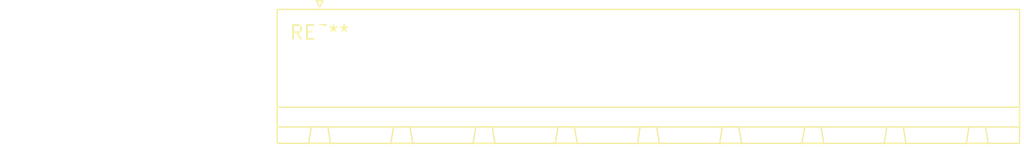
<source format=kicad_pcb>
(kicad_pcb (version 20240108) (generator pcbnew)
  (layers (0 "F.Cu" signal) (31 "B.Cu" signal) (34 "B.Paste" user) (35 "F.Paste" user) (36 "B.SilkS" user "B.Silkscreen") (37 "F.SilkS" user "F.Silkscreen") (38 "B.Mask" user) (39 "F.Mask" user) (44 "Edge.Cuts" user))
  (net 0 "")
  (footprint "PhoenixContact_GMSTBA_2,5_9-G_1x09_P7.50mm_Horizontal" (layer "F.Cu") (at 0 0)
    (property "Reference" "REF**")
    (property "Value" "PhoenixContact_GMSTBA_2,5_9-G_1x09_P7.50mm_Horizontal")
    (fp_line (start -3.86 -2.11) (end -3.86 10.11) (layer "F.SilkS") (stroke (width 0.12)))
    (fp_line (start -3.86 6.81) (end 63.86 6.81) (layer "F.SilkS") (stroke (width 0.12)))
    (fp_line (start -3.86 8.61) (end -3.86 6.81) (layer "F.SilkS") (stroke (width 0.12)))
    (fp_line (start -3.86 10.11) (end 63.86 10.11) (layer "F.SilkS") (stroke (width 0.12)))
    (fp_line (start -1 10.11) (end 1 10.11) (layer "F.SilkS") (stroke (width 0.12)))
    (fp_line (start -0.75 8.61) (end -1 10.11) (layer "F.SilkS") (stroke (width 0.12)))
    (fp_line (start -0.3 -2.91) (end 0.3 -2.91) (layer "F.SilkS") (stroke (width 0.12)))
    (fp_line (start 0 -2.31) (end -0.3 -2.91) (layer "F.SilkS") (stroke (width 0.12)))
    (fp_line (start 0.3 -2.91) (end 0 -2.31) (layer "F.SilkS") (stroke (width 0.12)))
    (fp_line (start 0.75 8.61) (end -0.75 8.61) (layer "F.SilkS") (stroke (width 0.12)))
    (fp_line (start 1 10.11) (end 0.75 8.61) (layer "F.SilkS") (stroke (width 0.12)))
    (fp_line (start 6.5 10.11) (end 8.5 10.11) (layer "F.SilkS") (stroke (width 0.12)))
    (fp_line (start 6.75 8.61) (end 6.5 10.11) (layer "F.SilkS") (stroke (width 0.12)))
    (fp_line (start 8.25 8.61) (end 6.75 8.61) (layer "F.SilkS") (stroke (width 0.12)))
    (fp_line (start 8.5 10.11) (end 8.25 8.61) (layer "F.SilkS") (stroke (width 0.12)))
    (fp_line (start 14 10.11) (end 16 10.11) (layer "F.SilkS") (stroke (width 0.12)))
    (fp_line (start 14.25 8.61) (end 14 10.11) (layer "F.SilkS") (stroke (width 0.12)))
    (fp_line (start 15.75 8.61) (end 14.25 8.61) (layer "F.SilkS") (stroke (width 0.12)))
    (fp_line (start 16 10.11) (end 15.75 8.61) (layer "F.SilkS") (stroke (width 0.12)))
    (fp_line (start 21.5 10.11) (end 23.5 10.11) (layer "F.SilkS") (stroke (width 0.12)))
    (fp_line (start 21.75 8.61) (end 21.5 10.11) (layer "F.SilkS") (stroke (width 0.12)))
    (fp_line (start 23.25 8.61) (end 21.75 8.61) (layer "F.SilkS") (stroke (width 0.12)))
    (fp_line (start 23.5 10.11) (end 23.25 8.61) (layer "F.SilkS") (stroke (width 0.12)))
    (fp_line (start 29 10.11) (end 31 10.11) (layer "F.SilkS") (stroke (width 0.12)))
    (fp_line (start 29.25 8.61) (end 29 10.11) (layer "F.SilkS") (stroke (width 0.12)))
    (fp_line (start 30.75 8.61) (end 29.25 8.61) (layer "F.SilkS") (stroke (width 0.12)))
    (fp_line (start 31 10.11) (end 30.75 8.61) (layer "F.SilkS") (stroke (width 0.12)))
    (fp_line (start 36.5 10.11) (end 38.5 10.11) (layer "F.SilkS") (stroke (width 0.12)))
    (fp_line (start 36.75 8.61) (end 36.5 10.11) (layer "F.SilkS") (stroke (width 0.12)))
    (fp_line (start 38.25 8.61) (end 36.75 8.61) (layer "F.SilkS") (stroke (width 0.12)))
    (fp_line (start 38.5 10.11) (end 38.25 8.61) (layer "F.SilkS") (stroke (width 0.12)))
    (fp_line (start 44 10.11) (end 46 10.11) (layer "F.SilkS") (stroke (width 0.12)))
    (fp_line (start 44.25 8.61) (end 44 10.11) (layer "F.SilkS") (stroke (width 0.12)))
    (fp_line (start 45.75 8.61) (end 44.25 8.61) (layer "F.SilkS") (stroke (width 0.12)))
    (fp_line (start 46 10.11) (end 45.75 8.61) (layer "F.SilkS") (stroke (width 0.12)))
    (fp_line (start 51.5 10.11) (end 53.5 10.11) (layer "F.SilkS") (stroke (width 0.12)))
    (fp_line (start 51.75 8.61) (end 51.5 10.11) (layer "F.SilkS") (stroke (width 0.12)))
    (fp_line (start 53.25 8.61) (end 51.75 8.61) (layer "F.SilkS") (stroke (width 0.12)))
    (fp_line (start 53.5 10.11) (end 53.25 8.61) (layer "F.SilkS") (stroke (width 0.12)))
    (fp_line (start 59 10.11) (end 61 10.11) (layer "F.SilkS") (stroke (width 0.12)))
    (fp_line (start 59.25 8.61) (end 59 10.11) (layer "F.SilkS") (stroke (width 0.12)))
    (fp_line (start 60.75 8.61) (end 59.25 8.61) (layer "F.SilkS") (stroke (width 0.12)))
    (fp_line (start 61 10.11) (end 60.75 8.61) (layer "F.SilkS") (stroke (width 0.12)))
    (fp_line (start 63.86 -2.11) (end -3.86 -2.11) (layer "F.SilkS") (stroke (width 0.12)))
    (fp_line (start 63.86 6.81) (end 63.86 8.61) (layer "F.SilkS") (stroke (width 0.12)))
    (fp_line (start 63.86 8.61) (end -3.86 8.61) (layer "F.SilkS") (stroke (width 0.12)))
    (fp_line (start 63.86 10.11) (end 63.86 -2.11) (layer "F.SilkS") (stroke (width 0.12)))
    (pad "1" thru_hole roundrect (at 0 0) (size 2 3.6) (drill 1.4) (layers *.Cu *.Mask) (remove_unused_layers) (roundrect_rratio 0.125))
    (pad "2" thru_hole oval (at 7.5 0) (size 2 3.6) (drill 1.4) (layers *.Cu *.Mask) (remove_unused_layers))
    (pad "3" thru_hole oval (at 15 0) (size 2 3.6) (drill 1.4) (layers *.Cu *.Mask) (remove_unused_layers))
    (pad "4" thru_hole oval (at 22.5 0) (size 2 3.6) (drill 1.4) (layers *.Cu *.Mask) (remove_unused_layers))
    (pad "5" thru_hole oval (at 30 0) (size 2 3.6) (drill 1.4) (layers *.Cu *.Mask) (remove_unused_layers))
    (pad "6" thru_hole oval (at 37.5 0) (size 2 3.6) (drill 1.4) (layers *.Cu *.Mask) (remove_unused_layers))
    (pad "7" thru_hole oval (at 45 0) (size 2 3.6) (drill 1.4) (layers *.Cu *.Mask) (remove_unused_layers))
    (pad "8" thru_hole oval (at 52.5 0) (size 2 3.6) (drill 1.4) (layers *.Cu *.Mask) (remove_unused_layers))
    (pad "9" thru_hole oval (at 60 0) (size 2 3.6) (drill 1.4) (layers *.Cu *.Mask) (remove_unused_layers))
  )
)
</source>
